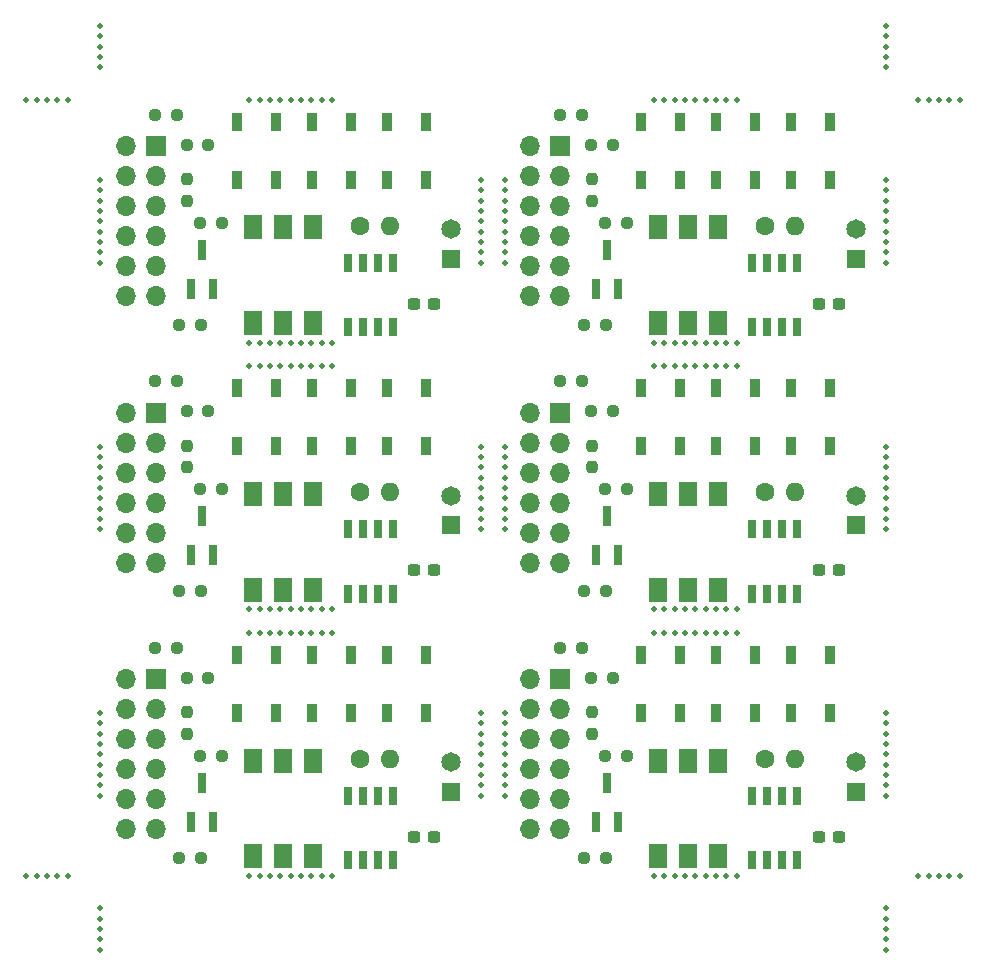
<source format=gbr>
%TF.GenerationSoftware,KiCad,Pcbnew,7.0.9*%
%TF.CreationDate,2024-01-17T02:03:21+09:00*%
%TF.ProjectId,kikit,6b696b69-742e-46b6-9963-61645f706362,rev?*%
%TF.SameCoordinates,Original*%
%TF.FileFunction,Soldermask,Top*%
%TF.FilePolarity,Negative*%
%FSLAX46Y46*%
G04 Gerber Fmt 4.6, Leading zero omitted, Abs format (unit mm)*
G04 Created by KiCad (PCBNEW 7.0.9) date 2024-01-17 02:03:21*
%MOMM*%
%LPD*%
G01*
G04 APERTURE LIST*
G04 Aperture macros list*
%AMRoundRect*
0 Rectangle with rounded corners*
0 $1 Rounding radius*
0 $2 $3 $4 $5 $6 $7 $8 $9 X,Y pos of 4 corners*
0 Add a 4 corners polygon primitive as box body*
4,1,4,$2,$3,$4,$5,$6,$7,$8,$9,$2,$3,0*
0 Add four circle primitives for the rounded corners*
1,1,$1+$1,$2,$3*
1,1,$1+$1,$4,$5*
1,1,$1+$1,$6,$7*
1,1,$1+$1,$8,$9*
0 Add four rect primitives between the rounded corners*
20,1,$1+$1,$2,$3,$4,$5,0*
20,1,$1+$1,$4,$5,$6,$7,0*
20,1,$1+$1,$6,$7,$8,$9,0*
20,1,$1+$1,$8,$9,$2,$3,0*%
G04 Aperture macros list end*
%ADD10C,0.500000*%
%ADD11R,0.900000X1.500000*%
%ADD12RoundRect,0.237500X-0.250000X-0.237500X0.250000X-0.237500X0.250000X0.237500X-0.250000X0.237500X0*%
%ADD13RoundRect,0.237500X0.237500X-0.250000X0.237500X0.250000X-0.237500X0.250000X-0.237500X-0.250000X0*%
%ADD14R,0.700000X1.550000*%
%ADD15C,1.600000*%
%ADD16O,1.600000X1.600000*%
%ADD17R,0.800000X1.800000*%
%ADD18R,1.700000X1.700000*%
%ADD19O,1.700000X1.700000*%
%ADD20R,1.650000X1.650000*%
%ADD21C,1.650000*%
%ADD22R,1.600000X2.070000*%
%ADD23RoundRect,0.237500X0.300000X0.237500X-0.300000X0.237500X-0.300000X-0.237500X0.300000X-0.237500X0*%
G04 APERTURE END LIST*
D10*
%TO.C,KiKit_MB_21_5*%
X149500000Y-82435000D03*
%TD*%
%TO.C,KiKit_MB_5_4*%
X149500000Y-38162000D03*
%TD*%
D11*
%TO.C,D3*%
X139500000Y-78916000D03*
X142800000Y-78916000D03*
X142800000Y-74016000D03*
X139500000Y-74016000D03*
%TD*%
D12*
%TO.C,R5*%
X156207500Y-68624000D03*
X158032500Y-68624000D03*
%TD*%
D10*
%TO.C,KiKit_MB_13_3*%
X149500000Y-61611000D03*
%TD*%
%TO.C,KiKit_MB_5_5*%
X149500000Y-37287000D03*
%TD*%
D13*
%TO.C,R3*%
X156866000Y-35532500D03*
X156866000Y-33707500D03*
%TD*%
D11*
%TO.C,D1*%
X161058000Y-56342000D03*
X164358000Y-56342000D03*
X164358000Y-51442000D03*
X161058000Y-51442000D03*
%TD*%
%TO.C,D2*%
X167408000Y-33768000D03*
X170708000Y-33768000D03*
X170708000Y-28868000D03*
X167408000Y-28868000D03*
%TD*%
D10*
%TO.C,KiKit_MB_10_4*%
X147500000Y-58986000D03*
%TD*%
%TO.C,KiKit_MB_20_5*%
X131371000Y-92722000D03*
%TD*%
%TO.C,KiKit_MB_16_5*%
X165629000Y-70148000D03*
%TD*%
%TO.C,KiKit_MB_20_8*%
X128746000Y-92722000D03*
%TD*%
%TO.C,KiKit_MB_15_3*%
X163879000Y-49574000D03*
%TD*%
%TO.C,KiKit_MB_5_9*%
X149500000Y-33787000D03*
%TD*%
%TO.C,KiKit_MB_22_4*%
X181758000Y-81560000D03*
%TD*%
%TO.C,KiKit_MB_9_5*%
X115242000Y-59861000D03*
%TD*%
%TO.C,KiKit_MB_13_5*%
X149500000Y-59861000D03*
%TD*%
%TO.C,KiKit_MB_32_3*%
X184508000Y-92722000D03*
%TD*%
D14*
%TO.C,IC1*%
X170455000Y-46235000D03*
X171725000Y-46235000D03*
X172995000Y-46235000D03*
X174265000Y-46235000D03*
X174265000Y-40785000D03*
X172995000Y-40785000D03*
X171725000Y-40785000D03*
X170455000Y-40785000D03*
%TD*%
D12*
%TO.C,R6*%
X157985500Y-37414000D03*
X159810500Y-37414000D03*
%TD*%
D10*
%TO.C,KiKit_MB_12_4*%
X132246000Y-70148000D03*
%TD*%
D12*
%TO.C,R4*%
X154175500Y-73418000D03*
X156000500Y-73418000D03*
%TD*%
D11*
%TO.C,D3*%
X173758000Y-78916000D03*
X177058000Y-78916000D03*
X177058000Y-74016000D03*
X173758000Y-74016000D03*
%TD*%
D10*
%TO.C,KiKit_MB_15_2*%
X163004000Y-49574000D03*
%TD*%
%TO.C,KiKit_MB_17_3*%
X115242000Y-84185000D03*
%TD*%
%TO.C,KiKit_MB_16_2*%
X168254000Y-70148000D03*
%TD*%
%TO.C,KiKit_MB_31_6*%
X187133000Y-27000000D03*
%TD*%
D15*
%TO.C,R1*%
X137232000Y-60242000D03*
D16*
X139772000Y-60242000D03*
%TD*%
D10*
%TO.C,KiKit_MB_27_7*%
X115242000Y-98972000D03*
%TD*%
%TO.C,KiKit_MB_1_8*%
X115242000Y-34662000D03*
%TD*%
D12*
%TO.C,R5*%
X156207500Y-46050000D03*
X158032500Y-46050000D03*
%TD*%
%TO.C,R5*%
X121949500Y-91198000D03*
X123774500Y-91198000D03*
%TD*%
D10*
%TO.C,KiKit_MB_13_2*%
X149500000Y-62486000D03*
%TD*%
%TO.C,KiKit_MB_15_8*%
X168254000Y-49574000D03*
%TD*%
D11*
%TO.C,D2*%
X167408000Y-56342000D03*
X170708000Y-56342000D03*
X170708000Y-51442000D03*
X167408000Y-51442000D03*
%TD*%
D10*
%TO.C,KiKit_MB_14_3*%
X181758000Y-58111000D03*
%TD*%
D11*
%TO.C,D1*%
X126800000Y-33768000D03*
X130100000Y-33768000D03*
X130100000Y-28868000D03*
X126800000Y-28868000D03*
%TD*%
D10*
%TO.C,KiKit_MB_3_3*%
X129621000Y-27000000D03*
%TD*%
%TO.C,KiKit_MB_6_3*%
X181758000Y-35537000D03*
%TD*%
%TO.C,KiKit_MB_8_5*%
X165629000Y-47574000D03*
%TD*%
D12*
%TO.C,R6*%
X123727500Y-37414000D03*
X125552500Y-37414000D03*
%TD*%
D10*
%TO.C,KiKit_MB_2_1*%
X147500000Y-33787000D03*
%TD*%
%TO.C,KiKit_MB_22_6*%
X181758000Y-83310000D03*
%TD*%
D11*
%TO.C,D2*%
X167408000Y-78916000D03*
X170708000Y-78916000D03*
X170708000Y-74016000D03*
X167408000Y-74016000D03*
%TD*%
D10*
%TO.C,KiKit_MB_18_1*%
X147500000Y-78935000D03*
%TD*%
%TO.C,KiKit_MB_1_4*%
X115242000Y-38162000D03*
%TD*%
%TO.C,KiKit_MB_16_9*%
X162129000Y-70148000D03*
%TD*%
%TO.C,KiKit_MB_17_7*%
X115242000Y-80685000D03*
%TD*%
D12*
%TO.C,R4*%
X119917500Y-28270000D03*
X121742500Y-28270000D03*
%TD*%
D10*
%TO.C,KiKit_MB_26_6*%
X181758000Y-23375000D03*
%TD*%
%TO.C,KiKit_MB_22_5*%
X181758000Y-82435000D03*
%TD*%
D17*
%TO.C,Q1*%
X157186000Y-65574000D03*
X159086000Y-65574000D03*
X158136000Y-62274000D03*
%TD*%
D14*
%TO.C,IC1*%
X170455000Y-91383000D03*
X171725000Y-91383000D03*
X172995000Y-91383000D03*
X174265000Y-91383000D03*
X174265000Y-85933000D03*
X172995000Y-85933000D03*
X171725000Y-85933000D03*
X170455000Y-85933000D03*
%TD*%
D10*
%TO.C,KiKit_MB_7_2*%
X163004000Y-27000000D03*
%TD*%
%TO.C,KiKit_MB_10_1*%
X147500000Y-56361000D03*
%TD*%
%TO.C,KiKit_MB_31_7*%
X188008000Y-27000000D03*
%TD*%
D12*
%TO.C,R4*%
X119917500Y-73418000D03*
X121742500Y-73418000D03*
%TD*%
D18*
%TO.C,J2*%
X119941000Y-53511000D03*
D19*
X119941000Y-56051000D03*
X119941000Y-58591000D03*
X119941000Y-61131000D03*
X119941000Y-63671000D03*
X119941000Y-66211000D03*
X117401000Y-53511000D03*
X117401000Y-56051000D03*
X117401000Y-58591000D03*
X117401000Y-61131000D03*
X117401000Y-63671000D03*
X117401000Y-66211000D03*
%TD*%
D10*
%TO.C,KiKit_MB_20_9*%
X127871000Y-92722000D03*
%TD*%
%TO.C,KiKit_MB_31_4*%
X185383000Y-27000000D03*
%TD*%
%TO.C,KiKit_MB_20_2*%
X133996000Y-92722000D03*
%TD*%
D12*
%TO.C,R4*%
X154175500Y-50844000D03*
X156000500Y-50844000D03*
%TD*%
D10*
%TO.C,KiKit_MB_23_2*%
X163004000Y-72148000D03*
%TD*%
D14*
%TO.C,IC1*%
X170455000Y-68809000D03*
X171725000Y-68809000D03*
X172995000Y-68809000D03*
X174265000Y-68809000D03*
X174265000Y-63359000D03*
X172995000Y-63359000D03*
X171725000Y-63359000D03*
X170455000Y-63359000D03*
%TD*%
D20*
%TO.C,J1*%
X179218000Y-40462000D03*
D21*
X179218000Y-37962000D03*
%TD*%
D10*
%TO.C,KiKit_MB_17_6*%
X115242000Y-81560000D03*
%TD*%
%TO.C,KiKit_MB_10_5*%
X147500000Y-59861000D03*
%TD*%
D18*
%TO.C,J2*%
X154199000Y-30937000D03*
D19*
X154199000Y-33477000D03*
X154199000Y-36017000D03*
X154199000Y-38557000D03*
X154199000Y-41097000D03*
X154199000Y-43637000D03*
X151659000Y-30937000D03*
X151659000Y-33477000D03*
X151659000Y-36017000D03*
X151659000Y-38557000D03*
X151659000Y-41097000D03*
X151659000Y-43637000D03*
%TD*%
D10*
%TO.C,KiKit_MB_21_4*%
X149500000Y-83310000D03*
%TD*%
%TO.C,KiKit_MB_2_2*%
X147500000Y-34662000D03*
%TD*%
%TO.C,KiKit_MB_1_7*%
X115242000Y-35537000D03*
%TD*%
%TO.C,KiKit_MB_3_5*%
X131371000Y-27000000D03*
%TD*%
%TO.C,KiKit_MB_4_2*%
X133996000Y-47574000D03*
%TD*%
%TO.C,KiKit_MB_3_4*%
X130496000Y-27000000D03*
%TD*%
%TO.C,KiKit_MB_23_9*%
X169129000Y-72148000D03*
%TD*%
%TO.C,KiKit_MB_30_3*%
X108992000Y-92722000D03*
%TD*%
%TO.C,KiKit_MB_8_6*%
X164754000Y-47574000D03*
%TD*%
%TO.C,KiKit_MB_16_4*%
X166504000Y-70148000D03*
%TD*%
D17*
%TO.C,Q1*%
X122928000Y-43000000D03*
X124828000Y-43000000D03*
X123878000Y-39700000D03*
%TD*%
D12*
%TO.C,R4*%
X119917500Y-50844000D03*
X121742500Y-50844000D03*
%TD*%
D18*
%TO.C,J2*%
X119941000Y-76085000D03*
D19*
X119941000Y-78625000D03*
X119941000Y-81165000D03*
X119941000Y-83705000D03*
X119941000Y-86245000D03*
X119941000Y-88785000D03*
X117401000Y-76085000D03*
X117401000Y-78625000D03*
X117401000Y-81165000D03*
X117401000Y-83705000D03*
X117401000Y-86245000D03*
X117401000Y-88785000D03*
%TD*%
D10*
%TO.C,KiKit_MB_24_5*%
X165629000Y-92722000D03*
%TD*%
%TO.C,KiKit_MB_26_4*%
X181758000Y-21625000D03*
%TD*%
D22*
%TO.C,IC2*%
X128196000Y-91052000D03*
X128196000Y-82962000D03*
X130736000Y-91052000D03*
X130736000Y-82962000D03*
X133276000Y-91052000D03*
X133276000Y-82962000D03*
%TD*%
D10*
%TO.C,KiKit_MB_8_8*%
X163004000Y-47574000D03*
%TD*%
%TO.C,KiKit_MB_11_8*%
X133996000Y-49574000D03*
%TD*%
%TO.C,KiKit_MB_1_2*%
X115242000Y-39912000D03*
%TD*%
%TO.C,KiKit_MB_8_2*%
X168254000Y-47574000D03*
%TD*%
D13*
%TO.C,R3*%
X122608000Y-80680500D03*
X122608000Y-78855500D03*
%TD*%
D10*
%TO.C,KiKit_MB_32_6*%
X187133000Y-92722000D03*
%TD*%
%TO.C,KiKit_MB_12_9*%
X127871000Y-70148000D03*
%TD*%
D12*
%TO.C,R2*%
X156819000Y-75958000D03*
X158644000Y-75958000D03*
%TD*%
D10*
%TO.C,KiKit_MB_10_2*%
X147500000Y-57236000D03*
%TD*%
%TO.C,KiKit_MB_11_3*%
X129621000Y-49574000D03*
%TD*%
%TO.C,KiKit_MB_21_6*%
X149500000Y-81560000D03*
%TD*%
%TO.C,KiKit_MB_24_8*%
X163004000Y-92722000D03*
%TD*%
D11*
%TO.C,D3*%
X173758000Y-56342000D03*
X177058000Y-56342000D03*
X177058000Y-51442000D03*
X173758000Y-51442000D03*
%TD*%
D10*
%TO.C,KiKit_MB_7_3*%
X163879000Y-27000000D03*
%TD*%
%TO.C,KiKit_MB_23_5*%
X165629000Y-72148000D03*
%TD*%
%TO.C,KiKit_MB_19_3*%
X129621000Y-72148000D03*
%TD*%
%TO.C,KiKit_MB_19_1*%
X127871000Y-72148000D03*
%TD*%
%TO.C,KiKit_MB_11_5*%
X131371000Y-49574000D03*
%TD*%
%TO.C,KiKit_MB_17_1*%
X115242000Y-85935000D03*
%TD*%
D23*
%TO.C,C1*%
X177794500Y-66846000D03*
X176069500Y-66846000D03*
%TD*%
D10*
%TO.C,KiKit_MB_10_9*%
X147500000Y-63361000D03*
%TD*%
%TO.C,KiKit_MB_7_6*%
X166504000Y-27000000D03*
%TD*%
D12*
%TO.C,R4*%
X154175500Y-28270000D03*
X156000500Y-28270000D03*
%TD*%
D10*
%TO.C,KiKit_MB_30_7*%
X112492000Y-92722000D03*
%TD*%
%TO.C,KiKit_MB_19_6*%
X132246000Y-72148000D03*
%TD*%
D12*
%TO.C,R6*%
X123727500Y-82562000D03*
X125552500Y-82562000D03*
%TD*%
D10*
%TO.C,KiKit_MB_21_2*%
X149500000Y-85060000D03*
%TD*%
%TO.C,KiKit_MB_9_1*%
X115242000Y-63361000D03*
%TD*%
D20*
%TO.C,J1*%
X144960000Y-85610000D03*
D21*
X144960000Y-83110000D03*
%TD*%
D10*
%TO.C,KiKit_MB_12_8*%
X128746000Y-70148000D03*
%TD*%
D18*
%TO.C,J2*%
X154199000Y-53511000D03*
D19*
X154199000Y-56051000D03*
X154199000Y-58591000D03*
X154199000Y-61131000D03*
X154199000Y-63671000D03*
X154199000Y-66211000D03*
X151659000Y-53511000D03*
X151659000Y-56051000D03*
X151659000Y-58591000D03*
X151659000Y-61131000D03*
X151659000Y-63671000D03*
X151659000Y-66211000D03*
%TD*%
D10*
%TO.C,KiKit_MB_28_5*%
X181758000Y-97222000D03*
%TD*%
%TO.C,KiKit_MB_4_5*%
X131371000Y-47574000D03*
%TD*%
%TO.C,KiKit_MB_6_4*%
X181758000Y-36412000D03*
%TD*%
%TO.C,KiKit_MB_2_6*%
X147500000Y-38162000D03*
%TD*%
%TO.C,KiKit_MB_25_6*%
X115242000Y-23375000D03*
%TD*%
%TO.C,KiKit_MB_11_7*%
X133121000Y-49574000D03*
%TD*%
D15*
%TO.C,R1*%
X171490000Y-37668000D03*
D16*
X174030000Y-37668000D03*
%TD*%
D10*
%TO.C,KiKit_MB_12_1*%
X134871000Y-70148000D03*
%TD*%
%TO.C,KiKit_MB_20_7*%
X129621000Y-92722000D03*
%TD*%
%TO.C,KiKit_MB_22_8*%
X181758000Y-85060000D03*
%TD*%
%TO.C,KiKit_MB_12_2*%
X133996000Y-70148000D03*
%TD*%
%TO.C,KiKit_MB_24_3*%
X167379000Y-92722000D03*
%TD*%
%TO.C,KiKit_MB_28_3*%
X181758000Y-95472000D03*
%TD*%
%TO.C,KiKit_MB_18_3*%
X147500000Y-80685000D03*
%TD*%
%TO.C,KiKit_MB_6_9*%
X181758000Y-40787000D03*
%TD*%
%TO.C,KiKit_MB_22_9*%
X181758000Y-85935000D03*
%TD*%
%TO.C,KiKit_MB_2_4*%
X147500000Y-36412000D03*
%TD*%
%TO.C,KiKit_MB_18_6*%
X147500000Y-83310000D03*
%TD*%
D22*
%TO.C,IC2*%
X128196000Y-68478000D03*
X128196000Y-60388000D03*
X130736000Y-68478000D03*
X130736000Y-60388000D03*
X133276000Y-68478000D03*
X133276000Y-60388000D03*
%TD*%
D10*
%TO.C,KiKit_MB_12_5*%
X131371000Y-70148000D03*
%TD*%
%TO.C,KiKit_MB_4_6*%
X130496000Y-47574000D03*
%TD*%
%TO.C,KiKit_MB_14_6*%
X181758000Y-60736000D03*
%TD*%
%TO.C,KiKit_MB_27_6*%
X115242000Y-98097000D03*
%TD*%
%TO.C,KiKit_MB_29_5*%
X110742000Y-27000000D03*
%TD*%
%TO.C,KiKit_MB_18_9*%
X147500000Y-85935000D03*
%TD*%
D12*
%TO.C,R5*%
X156207500Y-91198000D03*
X158032500Y-91198000D03*
%TD*%
D10*
%TO.C,KiKit_MB_7_4*%
X164754000Y-27000000D03*
%TD*%
D18*
%TO.C,J2*%
X154199000Y-76085000D03*
D19*
X154199000Y-78625000D03*
X154199000Y-81165000D03*
X154199000Y-83705000D03*
X154199000Y-86245000D03*
X154199000Y-88785000D03*
X151659000Y-76085000D03*
X151659000Y-78625000D03*
X151659000Y-81165000D03*
X151659000Y-83705000D03*
X151659000Y-86245000D03*
X151659000Y-88785000D03*
%TD*%
D10*
%TO.C,KiKit_MB_4_1*%
X134871000Y-47574000D03*
%TD*%
%TO.C,KiKit_MB_1_3*%
X115242000Y-39037000D03*
%TD*%
%TO.C,KiKit_MB_10_7*%
X147500000Y-61611000D03*
%TD*%
%TO.C,KiKit_MB_16_8*%
X163004000Y-70148000D03*
%TD*%
%TO.C,KiKit_MB_25_7*%
X115242000Y-24250000D03*
%TD*%
%TO.C,KiKit_MB_5_6*%
X149500000Y-36412000D03*
%TD*%
%TO.C,KiKit_MB_25_4*%
X115242000Y-21625000D03*
%TD*%
%TO.C,KiKit_MB_11_4*%
X130496000Y-49574000D03*
%TD*%
%TO.C,KiKit_MB_21_7*%
X149500000Y-80685000D03*
%TD*%
%TO.C,KiKit_MB_1_9*%
X115242000Y-33787000D03*
%TD*%
%TO.C,KiKit_MB_3_7*%
X133121000Y-27000000D03*
%TD*%
%TO.C,KiKit_MB_15_1*%
X162129000Y-49574000D03*
%TD*%
%TO.C,KiKit_MB_7_9*%
X169129000Y-27000000D03*
%TD*%
D15*
%TO.C,R1*%
X137232000Y-82816000D03*
D16*
X139772000Y-82816000D03*
%TD*%
D23*
%TO.C,C1*%
X177794500Y-89420000D03*
X176069500Y-89420000D03*
%TD*%
D12*
%TO.C,R5*%
X121949500Y-46050000D03*
X123774500Y-46050000D03*
%TD*%
D10*
%TO.C,KiKit_MB_9_6*%
X115242000Y-58986000D03*
%TD*%
%TO.C,KiKit_MB_13_7*%
X149500000Y-58111000D03*
%TD*%
%TO.C,KiKit_MB_19_7*%
X133121000Y-72148000D03*
%TD*%
D22*
%TO.C,IC2*%
X128196000Y-45904000D03*
X128196000Y-37814000D03*
X130736000Y-45904000D03*
X130736000Y-37814000D03*
X133276000Y-45904000D03*
X133276000Y-37814000D03*
%TD*%
D10*
%TO.C,KiKit_MB_4_4*%
X132246000Y-47574000D03*
%TD*%
%TO.C,KiKit_MB_23_6*%
X166504000Y-72148000D03*
%TD*%
%TO.C,KiKit_MB_8_3*%
X167379000Y-47574000D03*
%TD*%
D12*
%TO.C,R2*%
X122561000Y-53384000D03*
X124386000Y-53384000D03*
%TD*%
D10*
%TO.C,KiKit_MB_19_8*%
X133996000Y-72148000D03*
%TD*%
D11*
%TO.C,D2*%
X133150000Y-56342000D03*
X136450000Y-56342000D03*
X136450000Y-51442000D03*
X133150000Y-51442000D03*
%TD*%
D10*
%TO.C,KiKit_MB_14_5*%
X181758000Y-59861000D03*
%TD*%
%TO.C,KiKit_MB_31_5*%
X186258000Y-27000000D03*
%TD*%
%TO.C,KiKit_MB_6_7*%
X181758000Y-39037000D03*
%TD*%
%TO.C,KiKit_MB_14_4*%
X181758000Y-58986000D03*
%TD*%
D13*
%TO.C,R3*%
X122608000Y-35532500D03*
X122608000Y-33707500D03*
%TD*%
D10*
%TO.C,KiKit_MB_24_9*%
X162129000Y-92722000D03*
%TD*%
%TO.C,KiKit_MB_12_7*%
X129621000Y-70148000D03*
%TD*%
%TO.C,KiKit_MB_24_2*%
X168254000Y-92722000D03*
%TD*%
%TO.C,KiKit_MB_13_8*%
X149500000Y-57236000D03*
%TD*%
%TO.C,KiKit_MB_2_9*%
X147500000Y-40787000D03*
%TD*%
%TO.C,KiKit_MB_16_7*%
X163879000Y-70148000D03*
%TD*%
%TO.C,KiKit_MB_17_5*%
X115242000Y-82435000D03*
%TD*%
D17*
%TO.C,Q1*%
X157186000Y-88148000D03*
X159086000Y-88148000D03*
X158136000Y-84848000D03*
%TD*%
D10*
%TO.C,KiKit_MB_14_2*%
X181758000Y-57236000D03*
%TD*%
%TO.C,KiKit_MB_14_8*%
X181758000Y-62486000D03*
%TD*%
%TO.C,KiKit_MB_21_1*%
X149500000Y-85935000D03*
%TD*%
D22*
%TO.C,IC2*%
X162454000Y-45904000D03*
X162454000Y-37814000D03*
X164994000Y-45904000D03*
X164994000Y-37814000D03*
X167534000Y-45904000D03*
X167534000Y-37814000D03*
%TD*%
D10*
%TO.C,KiKit_MB_32_5*%
X186258000Y-92722000D03*
%TD*%
%TO.C,KiKit_MB_3_1*%
X127871000Y-27000000D03*
%TD*%
D11*
%TO.C,D1*%
X161058000Y-33768000D03*
X164358000Y-33768000D03*
X164358000Y-28868000D03*
X161058000Y-28868000D03*
%TD*%
D10*
%TO.C,KiKit_MB_7_7*%
X167379000Y-27000000D03*
%TD*%
%TO.C,KiKit_MB_5_8*%
X149500000Y-34662000D03*
%TD*%
%TO.C,KiKit_MB_14_7*%
X181758000Y-61611000D03*
%TD*%
%TO.C,KiKit_MB_6_5*%
X181758000Y-37287000D03*
%TD*%
D13*
%TO.C,R3*%
X156866000Y-80680500D03*
X156866000Y-78855500D03*
%TD*%
D10*
%TO.C,KiKit_MB_8_4*%
X166504000Y-47574000D03*
%TD*%
%TO.C,KiKit_MB_8_7*%
X163879000Y-47574000D03*
%TD*%
D11*
%TO.C,D3*%
X173758000Y-33768000D03*
X177058000Y-33768000D03*
X177058000Y-28868000D03*
X173758000Y-28868000D03*
%TD*%
D10*
%TO.C,KiKit_MB_30_6*%
X111617000Y-92722000D03*
%TD*%
D12*
%TO.C,R6*%
X157985500Y-82562000D03*
X159810500Y-82562000D03*
%TD*%
D13*
%TO.C,R3*%
X156866000Y-58106500D03*
X156866000Y-56281500D03*
%TD*%
D10*
%TO.C,KiKit_MB_6_8*%
X181758000Y-39912000D03*
%TD*%
%TO.C,KiKit_MB_9_3*%
X115242000Y-61611000D03*
%TD*%
%TO.C,KiKit_MB_26_5*%
X181758000Y-22500000D03*
%TD*%
%TO.C,KiKit_MB_11_9*%
X134871000Y-49574000D03*
%TD*%
%TO.C,KiKit_MB_17_9*%
X115242000Y-78935000D03*
%TD*%
D22*
%TO.C,IC2*%
X162454000Y-68478000D03*
X162454000Y-60388000D03*
X164994000Y-68478000D03*
X164994000Y-60388000D03*
X167534000Y-68478000D03*
X167534000Y-60388000D03*
%TD*%
D10*
%TO.C,KiKit_MB_28_4*%
X181758000Y-96347000D03*
%TD*%
%TO.C,KiKit_MB_23_1*%
X162129000Y-72148000D03*
%TD*%
D17*
%TO.C,Q1*%
X157186000Y-43000000D03*
X159086000Y-43000000D03*
X158136000Y-39700000D03*
%TD*%
D23*
%TO.C,C1*%
X143536500Y-89420000D03*
X141811500Y-89420000D03*
%TD*%
D10*
%TO.C,KiKit_MB_21_3*%
X149500000Y-84185000D03*
%TD*%
D12*
%TO.C,R2*%
X122561000Y-30810000D03*
X124386000Y-30810000D03*
%TD*%
%TO.C,R2*%
X156819000Y-30810000D03*
X158644000Y-30810000D03*
%TD*%
D10*
%TO.C,KiKit_MB_23_8*%
X168254000Y-72148000D03*
%TD*%
%TO.C,KiKit_MB_4_9*%
X127871000Y-47574000D03*
%TD*%
D12*
%TO.C,R6*%
X157985500Y-59988000D03*
X159810500Y-59988000D03*
%TD*%
D14*
%TO.C,IC1*%
X136197000Y-91383000D03*
X137467000Y-91383000D03*
X138737000Y-91383000D03*
X140007000Y-91383000D03*
X140007000Y-85933000D03*
X138737000Y-85933000D03*
X137467000Y-85933000D03*
X136197000Y-85933000D03*
%TD*%
D10*
%TO.C,KiKit_MB_5_2*%
X149500000Y-39912000D03*
%TD*%
%TO.C,KiKit_MB_1_6*%
X115242000Y-36412000D03*
%TD*%
%TO.C,KiKit_MB_29_4*%
X109867000Y-27000000D03*
%TD*%
D23*
%TO.C,C1*%
X143536500Y-44272000D03*
X141811500Y-44272000D03*
%TD*%
D10*
%TO.C,KiKit_MB_9_7*%
X115242000Y-58111000D03*
%TD*%
%TO.C,KiKit_MB_30_4*%
X109867000Y-92722000D03*
%TD*%
D17*
%TO.C,Q1*%
X122928000Y-88148000D03*
X124828000Y-88148000D03*
X123878000Y-84848000D03*
%TD*%
D10*
%TO.C,KiKit_MB_9_8*%
X115242000Y-57236000D03*
%TD*%
%TO.C,KiKit_MB_27_4*%
X115242000Y-96347000D03*
%TD*%
D12*
%TO.C,R2*%
X122561000Y-75958000D03*
X124386000Y-75958000D03*
%TD*%
D10*
%TO.C,KiKit_MB_18_8*%
X147500000Y-85060000D03*
%TD*%
%TO.C,KiKit_MB_4_7*%
X129621000Y-47574000D03*
%TD*%
%TO.C,KiKit_MB_6_6*%
X181758000Y-38162000D03*
%TD*%
D11*
%TO.C,D2*%
X133150000Y-33768000D03*
X136450000Y-33768000D03*
X136450000Y-28868000D03*
X133150000Y-28868000D03*
%TD*%
D10*
%TO.C,KiKit_MB_18_5*%
X147500000Y-82435000D03*
%TD*%
%TO.C,KiKit_MB_1_1*%
X115242000Y-40787000D03*
%TD*%
%TO.C,KiKit_MB_27_3*%
X115242000Y-95472000D03*
%TD*%
%TO.C,KiKit_MB_15_4*%
X164754000Y-49574000D03*
%TD*%
%TO.C,KiKit_MB_21_9*%
X149500000Y-78935000D03*
%TD*%
%TO.C,KiKit_MB_9_4*%
X115242000Y-60736000D03*
%TD*%
%TO.C,KiKit_MB_3_2*%
X128746000Y-27000000D03*
%TD*%
D20*
%TO.C,J1*%
X179218000Y-85610000D03*
D21*
X179218000Y-83110000D03*
%TD*%
D10*
%TO.C,KiKit_MB_4_3*%
X133121000Y-47574000D03*
%TD*%
%TO.C,KiKit_MB_12_6*%
X130496000Y-70148000D03*
%TD*%
%TO.C,KiKit_MB_16_6*%
X164754000Y-70148000D03*
%TD*%
%TO.C,KiKit_MB_32_7*%
X188008000Y-92722000D03*
%TD*%
%TO.C,KiKit_MB_17_2*%
X115242000Y-85060000D03*
%TD*%
%TO.C,KiKit_MB_11_2*%
X128746000Y-49574000D03*
%TD*%
D20*
%TO.C,J1*%
X144960000Y-63036000D03*
D21*
X144960000Y-60536000D03*
%TD*%
D12*
%TO.C,R6*%
X123727500Y-59988000D03*
X125552500Y-59988000D03*
%TD*%
D10*
%TO.C,KiKit_MB_14_1*%
X181758000Y-56361000D03*
%TD*%
%TO.C,KiKit_MB_29_3*%
X108992000Y-27000000D03*
%TD*%
D12*
%TO.C,R2*%
X156819000Y-53384000D03*
X158644000Y-53384000D03*
%TD*%
D10*
%TO.C,KiKit_MB_2_8*%
X147500000Y-39912000D03*
%TD*%
%TO.C,KiKit_MB_20_3*%
X133121000Y-92722000D03*
%TD*%
%TO.C,KiKit_MB_24_4*%
X166504000Y-92722000D03*
%TD*%
%TO.C,KiKit_MB_23_7*%
X167379000Y-72148000D03*
%TD*%
%TO.C,KiKit_MB_26_3*%
X181758000Y-20750000D03*
%TD*%
%TO.C,KiKit_MB_23_3*%
X163879000Y-72148000D03*
%TD*%
%TO.C,KiKit_MB_3_6*%
X132246000Y-27000000D03*
%TD*%
%TO.C,KiKit_MB_15_7*%
X167379000Y-49574000D03*
%TD*%
%TO.C,KiKit_MB_13_1*%
X149500000Y-63361000D03*
%TD*%
D13*
%TO.C,R3*%
X122608000Y-58106500D03*
X122608000Y-56281500D03*
%TD*%
D10*
%TO.C,KiKit_MB_24_7*%
X163879000Y-92722000D03*
%TD*%
D18*
%TO.C,J2*%
X119941000Y-30937000D03*
D19*
X119941000Y-33477000D03*
X119941000Y-36017000D03*
X119941000Y-38557000D03*
X119941000Y-41097000D03*
X119941000Y-43637000D03*
X117401000Y-30937000D03*
X117401000Y-33477000D03*
X117401000Y-36017000D03*
X117401000Y-38557000D03*
X117401000Y-41097000D03*
X117401000Y-43637000D03*
%TD*%
D10*
%TO.C,KiKit_MB_18_2*%
X147500000Y-79810000D03*
%TD*%
D23*
%TO.C,C1*%
X177794500Y-44272000D03*
X176069500Y-44272000D03*
%TD*%
D10*
%TO.C,KiKit_MB_8_1*%
X169129000Y-47574000D03*
%TD*%
%TO.C,KiKit_MB_22_1*%
X181758000Y-78935000D03*
%TD*%
%TO.C,KiKit_MB_31_3*%
X184508000Y-27000000D03*
%TD*%
%TO.C,KiKit_MB_14_9*%
X181758000Y-63361000D03*
%TD*%
%TO.C,KiKit_MB_22_7*%
X181758000Y-84185000D03*
%TD*%
D15*
%TO.C,R1*%
X171490000Y-60242000D03*
D16*
X174030000Y-60242000D03*
%TD*%
D10*
%TO.C,KiKit_MB_13_6*%
X149500000Y-58986000D03*
%TD*%
%TO.C,KiKit_MB_2_7*%
X147500000Y-39037000D03*
%TD*%
%TO.C,KiKit_MB_10_6*%
X147500000Y-60736000D03*
%TD*%
%TO.C,KiKit_MB_13_4*%
X149500000Y-60736000D03*
%TD*%
%TO.C,KiKit_MB_15_5*%
X165629000Y-49574000D03*
%TD*%
%TO.C,KiKit_MB_15_6*%
X166504000Y-49574000D03*
%TD*%
%TO.C,KiKit_MB_10_8*%
X147500000Y-62486000D03*
%TD*%
%TO.C,KiKit_MB_20_6*%
X130496000Y-92722000D03*
%TD*%
%TO.C,KiKit_MB_23_4*%
X164754000Y-72148000D03*
%TD*%
%TO.C,KiKit_MB_32_4*%
X185383000Y-92722000D03*
%TD*%
D20*
%TO.C,J1*%
X179218000Y-63036000D03*
D21*
X179218000Y-60536000D03*
%TD*%
D10*
%TO.C,KiKit_MB_27_5*%
X115242000Y-97222000D03*
%TD*%
%TO.C,KiKit_MB_22_3*%
X181758000Y-80685000D03*
%TD*%
%TO.C,KiKit_MB_8_9*%
X162129000Y-47574000D03*
%TD*%
D11*
%TO.C,D2*%
X133150000Y-78916000D03*
X136450000Y-78916000D03*
X136450000Y-74016000D03*
X133150000Y-74016000D03*
%TD*%
D10*
%TO.C,KiKit_MB_5_1*%
X149500000Y-40787000D03*
%TD*%
%TO.C,KiKit_MB_17_8*%
X115242000Y-79810000D03*
%TD*%
%TO.C,KiKit_MB_3_8*%
X133996000Y-27000000D03*
%TD*%
%TO.C,KiKit_MB_28_7*%
X181758000Y-98972000D03*
%TD*%
%TO.C,KiKit_MB_16_3*%
X167379000Y-70148000D03*
%TD*%
%TO.C,KiKit_MB_20_1*%
X134871000Y-92722000D03*
%TD*%
D11*
%TO.C,D3*%
X139500000Y-33768000D03*
X142800000Y-33768000D03*
X142800000Y-28868000D03*
X139500000Y-28868000D03*
%TD*%
D10*
%TO.C,KiKit_MB_19_2*%
X128746000Y-72148000D03*
%TD*%
%TO.C,KiKit_MB_21_8*%
X149500000Y-79810000D03*
%TD*%
%TO.C,KiKit_MB_30_5*%
X110742000Y-92722000D03*
%TD*%
%TO.C,KiKit_MB_1_5*%
X115242000Y-37287000D03*
%TD*%
%TO.C,KiKit_MB_3_9*%
X134871000Y-27000000D03*
%TD*%
%TO.C,KiKit_MB_18_4*%
X147500000Y-81560000D03*
%TD*%
D15*
%TO.C,R1*%
X171490000Y-82816000D03*
D16*
X174030000Y-82816000D03*
%TD*%
D10*
%TO.C,KiKit_MB_5_7*%
X149500000Y-35537000D03*
%TD*%
D14*
%TO.C,IC1*%
X136197000Y-46235000D03*
X137467000Y-46235000D03*
X138737000Y-46235000D03*
X140007000Y-46235000D03*
X140007000Y-40785000D03*
X138737000Y-40785000D03*
X137467000Y-40785000D03*
X136197000Y-40785000D03*
%TD*%
D10*
%TO.C,KiKit_MB_17_4*%
X115242000Y-83310000D03*
%TD*%
%TO.C,KiKit_MB_25_5*%
X115242000Y-22500000D03*
%TD*%
%TO.C,KiKit_MB_9_2*%
X115242000Y-62486000D03*
%TD*%
D23*
%TO.C,C1*%
X143536500Y-66846000D03*
X141811500Y-66846000D03*
%TD*%
D10*
%TO.C,KiKit_MB_7_5*%
X165629000Y-27000000D03*
%TD*%
%TO.C,KiKit_MB_24_1*%
X169129000Y-92722000D03*
%TD*%
%TO.C,KiKit_MB_26_7*%
X181758000Y-24250000D03*
%TD*%
%TO.C,KiKit_MB_11_1*%
X127871000Y-49574000D03*
%TD*%
%TO.C,KiKit_MB_2_5*%
X147500000Y-37287000D03*
%TD*%
%TO.C,KiKit_MB_5_3*%
X149500000Y-39037000D03*
%TD*%
D11*
%TO.C,D3*%
X139500000Y-56342000D03*
X142800000Y-56342000D03*
X142800000Y-51442000D03*
X139500000Y-51442000D03*
%TD*%
D10*
%TO.C,KiKit_MB_20_4*%
X132246000Y-92722000D03*
%TD*%
D22*
%TO.C,IC2*%
X162454000Y-91052000D03*
X162454000Y-82962000D03*
X164994000Y-91052000D03*
X164994000Y-82962000D03*
X167534000Y-91052000D03*
X167534000Y-82962000D03*
%TD*%
D10*
%TO.C,KiKit_MB_24_6*%
X164754000Y-92722000D03*
%TD*%
%TO.C,KiKit_MB_10_3*%
X147500000Y-58111000D03*
%TD*%
%TO.C,KiKit_MB_29_7*%
X112492000Y-27000000D03*
%TD*%
D12*
%TO.C,R5*%
X121949500Y-68624000D03*
X123774500Y-68624000D03*
%TD*%
D10*
%TO.C,KiKit_MB_7_8*%
X168254000Y-27000000D03*
%TD*%
D20*
%TO.C,J1*%
X144960000Y-40462000D03*
D21*
X144960000Y-37962000D03*
%TD*%
D10*
%TO.C,KiKit_MB_11_6*%
X132246000Y-49574000D03*
%TD*%
%TO.C,KiKit_MB_19_5*%
X131371000Y-72148000D03*
%TD*%
%TO.C,KiKit_MB_2_3*%
X147500000Y-35537000D03*
%TD*%
%TO.C,KiKit_MB_6_2*%
X181758000Y-34662000D03*
%TD*%
%TO.C,KiKit_MB_22_2*%
X181758000Y-79810000D03*
%TD*%
%TO.C,KiKit_MB_9_9*%
X115242000Y-56361000D03*
%TD*%
D15*
%TO.C,R1*%
X137232000Y-37668000D03*
D16*
X139772000Y-37668000D03*
%TD*%
D11*
%TO.C,D1*%
X161058000Y-78916000D03*
X164358000Y-78916000D03*
X164358000Y-74016000D03*
X161058000Y-74016000D03*
%TD*%
D10*
%TO.C,KiKit_MB_19_4*%
X130496000Y-72148000D03*
%TD*%
%TO.C,KiKit_MB_18_7*%
X147500000Y-84185000D03*
%TD*%
%TO.C,KiKit_MB_29_6*%
X111617000Y-27000000D03*
%TD*%
%TO.C,KiKit_MB_28_6*%
X181758000Y-98097000D03*
%TD*%
%TO.C,KiKit_MB_12_3*%
X133121000Y-70148000D03*
%TD*%
%TO.C,KiKit_MB_13_9*%
X149500000Y-56361000D03*
%TD*%
%TO.C,KiKit_MB_19_9*%
X134871000Y-72148000D03*
%TD*%
%TO.C,KiKit_MB_16_1*%
X169129000Y-70148000D03*
%TD*%
D11*
%TO.C,D1*%
X126800000Y-78916000D03*
X130100000Y-78916000D03*
X130100000Y-74016000D03*
X126800000Y-74016000D03*
%TD*%
D10*
%TO.C,KiKit_MB_25_3*%
X115242000Y-20750000D03*
%TD*%
D11*
%TO.C,D1*%
X126800000Y-56342000D03*
X130100000Y-56342000D03*
X130100000Y-51442000D03*
X126800000Y-51442000D03*
%TD*%
D17*
%TO.C,Q1*%
X122928000Y-65574000D03*
X124828000Y-65574000D03*
X123878000Y-62274000D03*
%TD*%
D14*
%TO.C,IC1*%
X136197000Y-68809000D03*
X137467000Y-68809000D03*
X138737000Y-68809000D03*
X140007000Y-68809000D03*
X140007000Y-63359000D03*
X138737000Y-63359000D03*
X137467000Y-63359000D03*
X136197000Y-63359000D03*
%TD*%
D10*
%TO.C,KiKit_MB_15_9*%
X169129000Y-49574000D03*
%TD*%
%TO.C,KiKit_MB_7_1*%
X162129000Y-27000000D03*
%TD*%
%TO.C,KiKit_MB_6_1*%
X181758000Y-33787000D03*
%TD*%
%TO.C,KiKit_MB_4_8*%
X128746000Y-47574000D03*
%TD*%
M02*

</source>
